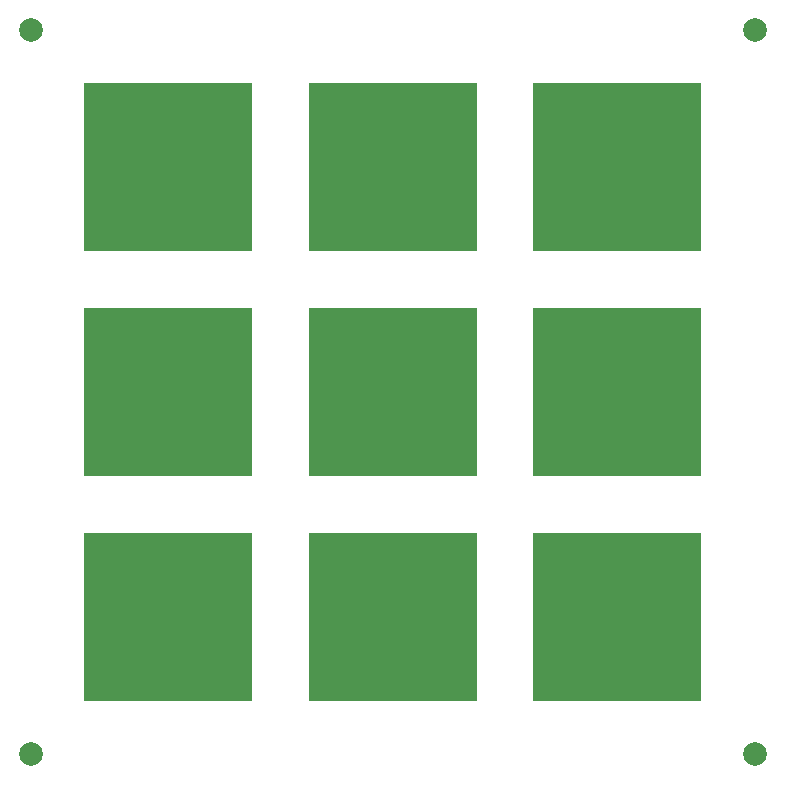
<source format=gbr>
%TF.GenerationSoftware,Altium Limited,Altium Designer,20.1.12 (249)*%
G04 Layer_Color=0*
%FSLAX26Y26*%
%MOIN*%
%TF.SameCoordinates,CA7D9046-92CB-40F9-A92D-93637F7DD4E4*%
%TF.FilePolarity,Positive*%
%TF.FileFunction,Plated,1,2,PTH,Drill*%
%TF.Part,Single*%
G01*
G75*
%TA.AperFunction,OtherDrill,Pad Free-4 (634.252mil,2135.236mil)*%
%ADD16R,0.561024X0.561024*%
%TA.AperFunction,OtherDrill,Pad Free-4 (1383.465mil,2135.236mil)*%
%ADD17R,0.561024X0.561024*%
%TA.AperFunction,OtherDrill,Pad Free-4 (2132.638mil,2135.236mil)*%
%ADD18R,0.561024X0.561024*%
%TA.AperFunction,OtherDrill,Pad Free-4 (2132.638mil,1386.024mil)*%
%ADD19R,0.561024X0.561024*%
%TA.AperFunction,OtherDrill,Pad Free-4 (2132.638mil,636.811mil)*%
%ADD20R,0.561024X0.561024*%
%TA.AperFunction,OtherDrill,Pad Free-4 (634.252mil,1386.024mil)*%
%ADD21R,0.561024X0.561024*%
%TA.AperFunction,OtherDrill,Pad Free-4 (1383.465mil,1386.024mil)*%
%ADD22R,0.561024X0.561024*%
%TA.AperFunction,OtherDrill,Pad Free-4 (1383.465mil,636.811mil)*%
%ADD23R,0.561024X0.561024*%
%TA.AperFunction,OtherDrill,Pad Free-4 (634.252mil,636.811mil)*%
%ADD24R,0.561024X0.561024*%
%TA.AperFunction,OtherDrill,Pad Free-3 (2589.921mil,177.165mil)*%
%ADD25C,0.078740*%
%TA.AperFunction,OtherDrill,Pad Free-3 (2589.921mil,2590.551mil)*%
%ADD26C,0.078740*%
%TA.AperFunction,OtherDrill,Pad Free-3 (176.536mil,177.165mil)*%
%ADD27C,0.078740*%
%TA.AperFunction,OtherDrill,Pad Free-3 (176.536mil,2590.551mil)*%
%ADD28C,0.078740*%
D16*
X634252Y2135236D02*
D03*
D17*
X1383465D02*
D03*
D18*
X2132638D02*
D03*
D19*
Y1386024D02*
D03*
D20*
Y636811D02*
D03*
D21*
X634252Y1386024D02*
D03*
D22*
X1383465D02*
D03*
D23*
Y636811D02*
D03*
D24*
X634252D02*
D03*
D25*
X2589921Y177165D02*
D03*
D26*
Y2590551D02*
D03*
D03*
D03*
D27*
X176536Y177165D02*
D03*
D28*
Y2590551D02*
D03*
%TF.MD5,91d013f2e7a0e35376aaf2c79a3466fc*%
M02*

</source>
